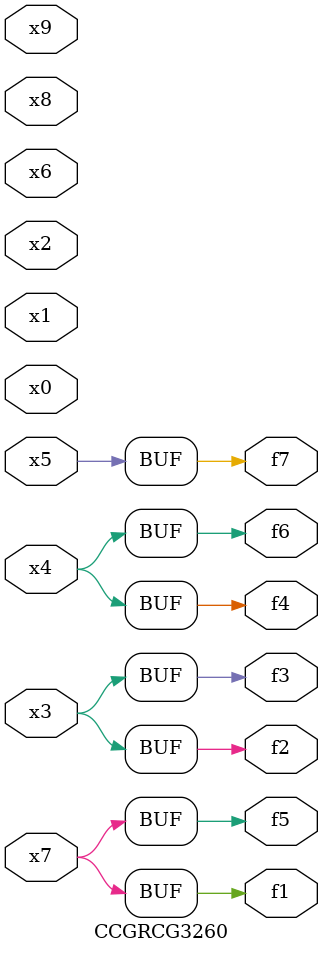
<source format=v>
module CCGRCG3260(
	input x0, x1, x2, x3, x4, x5, x6, x7, x8, x9,
	output f1, f2, f3, f4, f5, f6, f7
);
	assign f1 = x7;
	assign f2 = x3;
	assign f3 = x3;
	assign f4 = x4;
	assign f5 = x7;
	assign f6 = x4;
	assign f7 = x5;
endmodule

</source>
